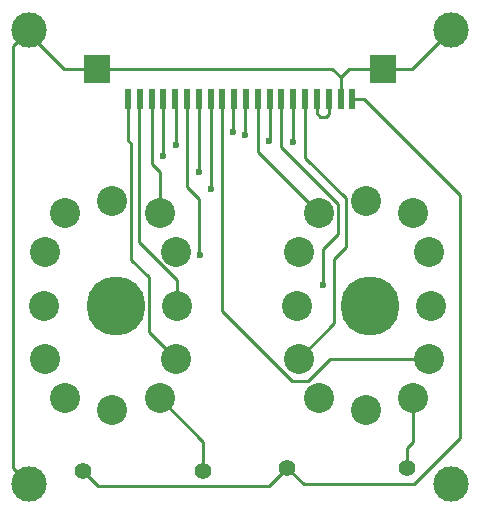
<source format=gtl>
G04*
G04 #@! TF.GenerationSoftware,Altium Limited,Altium Designer,18.1.7 (191)*
G04*
G04 Layer_Physical_Order=1*
G04 Layer_Color=255*
%FSLAX25Y25*%
%MOIN*%
G70*
G01*
G75*
%ADD10C,0.01000*%
%ADD12R,0.02360X0.07100*%
%ADD13R,0.08700X0.09800*%
%ADD21C,0.05512*%
%ADD22C,0.10000*%
%ADD23C,0.19685*%
%ADD24C,0.11811*%
%ADD25C,0.02362*%
D10*
X395481Y310519D02*
Y340000D01*
Y310519D02*
X399500Y306500D01*
Y288500D02*
Y306500D01*
Y288500D02*
X400000Y288000D01*
X403362Y340000D02*
X403500Y339861D01*
Y310000D02*
Y339861D01*
X391568Y340000D02*
X391751Y339818D01*
Y324500D02*
Y339818D01*
X387628Y321000D02*
Y340000D01*
X399422Y315500D02*
Y340000D01*
X383688Y318312D02*
Y340000D01*
Y318312D02*
X386377Y315623D01*
Y301778D02*
Y315623D01*
X375808Y326132D02*
X377000Y324940D01*
Y286247D02*
Y324940D01*
Y286247D02*
X382851Y280396D01*
X379630Y339881D02*
X379748Y340000D01*
X379630Y292169D02*
Y339881D01*
Y292169D02*
X392250Y279548D01*
Y271000D02*
Y279548D01*
X375808Y326132D02*
Y340000D01*
X382851Y262183D02*
Y280396D01*
Y262183D02*
X391751Y253283D01*
X407302Y269198D02*
Y340000D01*
Y269198D02*
X430500Y246000D01*
X436000D01*
X443283Y253283D01*
X476251D01*
X444500Y265026D02*
Y286500D01*
X448500Y290500D01*
X434878Y320308D02*
X448500Y306687D01*
Y290500D02*
Y306687D01*
X427000Y324000D02*
X446000Y305000D01*
Y294742D02*
Y305000D01*
X450638Y340000D02*
X454500D01*
X486500Y308000D01*
X441000Y289741D02*
X446000Y294742D01*
X441000Y278000D02*
Y289741D01*
X427000Y324000D02*
Y340000D01*
X411000Y329000D02*
Y339758D01*
X411241Y340000D01*
X415000Y339820D02*
X415180Y340000D01*
X415000Y328000D02*
Y339820D01*
X423060Y326000D02*
Y340000D01*
X423000Y325940D02*
X423060Y326000D01*
X419120Y322039D02*
X439381Y301778D01*
X419120Y322039D02*
Y340000D01*
X430940Y325500D02*
Y340000D01*
X434878Y320308D02*
Y340000D01*
X438819Y335062D02*
Y340000D01*
X439881Y334000D02*
X442000D01*
X438819Y335062D02*
X439881Y334000D01*
X432757Y253283D02*
X444500Y265026D01*
X486500Y226749D02*
Y308000D01*
X471250Y211500D02*
X486500Y226749D01*
X434500Y211500D02*
X471250D01*
X429000Y217000D02*
X434500Y211500D01*
X423000Y211000D02*
X429000Y217000D01*
X366000Y211000D02*
X423000D01*
X361000Y216000D02*
X366000Y211000D01*
X337500Y357500D02*
X343000Y363000D01*
X337500Y217000D02*
Y357500D01*
Y217000D02*
X343000Y211500D01*
Y361500D02*
Y363000D01*
Y361500D02*
X354500Y350000D01*
X365588D01*
X443897D01*
X446699Y347199D01*
X470500Y350000D02*
X483500Y363000D01*
X460858Y350000D02*
X470500D01*
X449500D02*
X460858D01*
X446699Y347199D02*
X449500Y350000D01*
X446699Y340000D02*
Y347199D01*
X442000Y334000D02*
X442759Y334758D01*
Y340000D01*
X470877Y225377D02*
Y240222D01*
X469000Y223500D02*
X470877Y225377D01*
X469000Y217000D02*
Y223500D01*
X386377Y240222D02*
X401000Y225599D01*
Y216000D02*
Y225599D01*
D12*
X450638Y340000D02*
D03*
X446699D02*
D03*
X442759D02*
D03*
X438819D02*
D03*
X434878D02*
D03*
X391568D02*
D03*
X387628D02*
D03*
X383688D02*
D03*
X379748D02*
D03*
X375808D02*
D03*
X415180D02*
D03*
X419120D02*
D03*
X423060D02*
D03*
X427000D02*
D03*
X430940D02*
D03*
X411241D02*
D03*
X407302D02*
D03*
X403362D02*
D03*
X399422D02*
D03*
X395481D02*
D03*
D13*
X460858Y350000D02*
D03*
X365588D02*
D03*
D21*
X361000Y216000D02*
D03*
X401000D02*
D03*
X429000Y217000D02*
D03*
X469000D02*
D03*
D22*
X370628Y305715D02*
D03*
X392250Y271000D02*
D03*
X391751Y288717D02*
D03*
X370628Y236285D02*
D03*
X391751Y253283D02*
D03*
X386377Y240222D02*
D03*
Y301778D02*
D03*
X354880D02*
D03*
X348256Y288717D02*
D03*
X347757Y271000D02*
D03*
X348256Y253283D02*
D03*
X354880Y240222D02*
D03*
X455128Y305715D02*
D03*
X476751Y271000D02*
D03*
X476251Y288717D02*
D03*
X455128Y236285D02*
D03*
X476251Y253283D02*
D03*
X470877Y240222D02*
D03*
Y301778D02*
D03*
X439381D02*
D03*
X432757Y288717D02*
D03*
X432257Y271000D02*
D03*
X432757Y253283D02*
D03*
X439381Y240222D02*
D03*
D23*
X371879Y271000D02*
D03*
X456379D02*
D03*
D24*
X483500Y363000D02*
D03*
X343000D02*
D03*
Y211500D02*
D03*
X483500D02*
D03*
D25*
X400000Y288000D02*
D03*
X403500Y310000D02*
D03*
X391751Y324500D02*
D03*
X387628Y321000D02*
D03*
X399422Y315500D02*
D03*
X441000Y278000D02*
D03*
X411000Y329000D02*
D03*
X415000Y328000D02*
D03*
X423000Y325940D02*
D03*
X430940Y325500D02*
D03*
M02*

</source>
